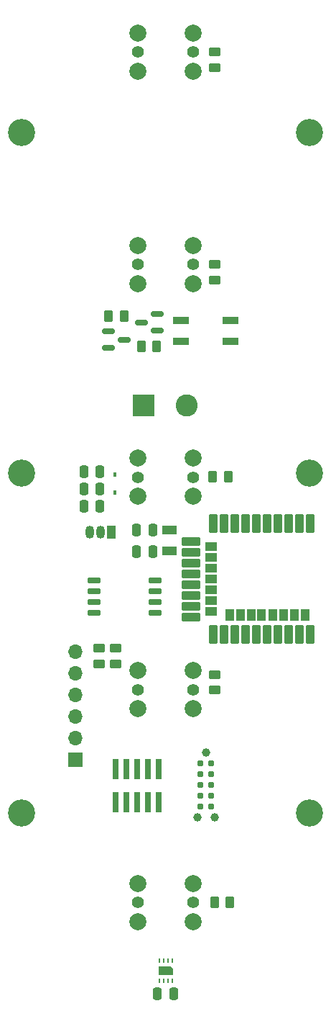
<source format=gbr>
%TF.GenerationSoftware,KiCad,Pcbnew,6.0.2+dfsg-1*%
%TF.CreationDate,2022-08-09T16:06:41+08:00*%
%TF.ProjectId,LightSwitch,4c696768-7453-4776-9974-63682e6b6963,rev?*%
%TF.SameCoordinates,Original*%
%TF.FileFunction,Soldermask,Top*%
%TF.FilePolarity,Negative*%
%FSLAX46Y46*%
G04 Gerber Fmt 4.6, Leading zero omitted, Abs format (unit mm)*
G04 Created by KiCad (PCBNEW 6.0.2+dfsg-1) date 2022-08-09 16:06:41*
%MOMM*%
%LPD*%
G01*
G04 APERTURE LIST*
G04 Aperture macros list*
%AMRoundRect*
0 Rectangle with rounded corners*
0 $1 Rounding radius*
0 $2 $3 $4 $5 $6 $7 $8 $9 X,Y pos of 4 corners*
0 Add a 4 corners polygon primitive as box body*
4,1,4,$2,$3,$4,$5,$6,$7,$8,$9,$2,$3,0*
0 Add four circle primitives for the rounded corners*
1,1,$1+$1,$2,$3*
1,1,$1+$1,$4,$5*
1,1,$1+$1,$6,$7*
1,1,$1+$1,$8,$9*
0 Add four rect primitives between the rounded corners*
20,1,$1+$1,$2,$3,$4,$5,0*
20,1,$1+$1,$4,$5,$6,$7,0*
20,1,$1+$1,$6,$7,$8,$9,0*
20,1,$1+$1,$8,$9,$2,$3,0*%
%AMFreePoly0*
4,1,6,0.500000,-0.850000,-0.500000,-0.850000,-0.500000,0.550000,-0.200000,0.850000,0.500000,0.850000,0.500000,-0.850000,0.500000,-0.850000,$1*%
G04 Aperture macros list end*
%ADD10RoundRect,0.150000X-0.650000X-0.150000X0.650000X-0.150000X0.650000X0.150000X-0.650000X0.150000X0*%
%ADD11RoundRect,0.102000X-0.400000X1.000000X-0.400000X-1.000000X0.400000X-1.000000X0.400000X1.000000X0*%
%ADD12RoundRect,0.102000X-1.000000X-0.400000X1.000000X-0.400000X1.000000X0.400000X-1.000000X0.400000X0*%
%ADD13RoundRect,0.102000X-0.600000X-0.400000X0.600000X-0.400000X0.600000X0.400000X-0.600000X0.400000X0*%
%ADD14RoundRect,0.102000X0.400000X-0.600000X0.400000X0.600000X-0.400000X0.600000X-0.400000X-0.600000X0*%
%ADD15RoundRect,0.250000X0.250000X0.475000X-0.250000X0.475000X-0.250000X-0.475000X0.250000X-0.475000X0*%
%ADD16RoundRect,0.250000X0.262500X0.450000X-0.262500X0.450000X-0.262500X-0.450000X0.262500X-0.450000X0*%
%ADD17R,0.740000X2.400000*%
%ADD18C,3.200000*%
%ADD19RoundRect,0.250000X-0.450000X0.262500X-0.450000X-0.262500X0.450000X-0.262500X0.450000X0.262500X0*%
%ADD20R,0.450000X0.600000*%
%ADD21C,0.990600*%
%ADD22C,0.787400*%
%ADD23R,2.600000X2.600000*%
%ADD24C,2.600000*%
%ADD25R,1.050000X1.500000*%
%ADD26O,1.050000X1.500000*%
%ADD27R,1.700000X1.700000*%
%ADD28O,1.700000X1.700000*%
%ADD29R,0.250000X0.550000*%
%ADD30FreePoly0,270.000000*%
%ADD31RoundRect,0.250000X0.450000X-0.262500X0.450000X0.262500X-0.450000X0.262500X-0.450000X-0.262500X0*%
%ADD32R,1.800000X1.000000*%
%ADD33RoundRect,0.150000X-0.587500X-0.150000X0.587500X-0.150000X0.587500X0.150000X-0.587500X0.150000X0*%
%ADD34RoundRect,0.150000X0.587500X0.150000X-0.587500X0.150000X-0.587500X-0.150000X0.587500X-0.150000X0*%
%ADD35RoundRect,0.250000X-0.250000X-0.475000X0.250000X-0.475000X0.250000X0.475000X-0.250000X0.475000X0*%
%ADD36RoundRect,0.091000X-0.864000X-0.364000X0.864000X-0.364000X0.864000X0.364000X-0.864000X0.364000X0*%
%ADD37C,2.000000*%
%ADD38C,1.400000*%
G04 APERTURE END LIST*
D10*
%TO.C,U4*%
X112528800Y-96596200D03*
X112528800Y-97866200D03*
X112528800Y-99136200D03*
X112528800Y-100406200D03*
X119728800Y-100406200D03*
X119728800Y-99136200D03*
X119728800Y-97866200D03*
X119728800Y-96596200D03*
%TD*%
D11*
%TO.C,U3*%
X138059700Y-89969200D03*
X136789700Y-89969200D03*
X135519700Y-89969200D03*
X134249700Y-89969200D03*
X132979700Y-89969200D03*
X131709700Y-89969200D03*
X130439700Y-89969200D03*
X129169700Y-89969200D03*
X127899700Y-89969200D03*
X126629700Y-89969200D03*
D12*
X124029700Y-92024200D03*
D13*
X126329700Y-92659200D03*
D12*
X124029700Y-93294200D03*
D13*
X126329700Y-93929200D03*
D12*
X124029700Y-94564200D03*
D13*
X126329700Y-95199200D03*
D12*
X124029700Y-95834200D03*
D13*
X126329700Y-96469200D03*
D12*
X124029700Y-97104200D03*
D13*
X126329700Y-97739200D03*
D12*
X124029700Y-98374200D03*
D13*
X126329700Y-99009200D03*
D12*
X124029700Y-99644200D03*
D13*
X126329700Y-100279200D03*
D12*
X124029700Y-100914200D03*
D11*
X126629700Y-102969200D03*
X127899700Y-102969200D03*
D14*
X128534700Y-100669200D03*
D11*
X129169700Y-102969200D03*
D14*
X129804700Y-100669200D03*
D11*
X130439700Y-102969200D03*
D14*
X131074700Y-100669200D03*
D11*
X131709700Y-102969200D03*
D14*
X132284700Y-100669200D03*
D11*
X132979700Y-102969200D03*
D14*
X133614700Y-100669200D03*
D11*
X134249700Y-102969200D03*
D14*
X134884700Y-100669200D03*
D11*
X135519700Y-102969200D03*
D14*
X136154700Y-100669200D03*
D11*
X136789700Y-102969200D03*
D14*
X137424700Y-100669200D03*
D11*
X138059700Y-102969200D03*
%TD*%
D15*
%TO.C,C2*%
X113268800Y-85856400D03*
X111368800Y-85856400D03*
%TD*%
%TO.C,C6*%
X119466400Y-93218000D03*
X117566400Y-93218000D03*
%TD*%
%TO.C,C5*%
X119466400Y-90678000D03*
X117566400Y-90678000D03*
%TD*%
D16*
%TO.C,R11*%
X128369700Y-84480400D03*
X126544700Y-84480400D03*
%TD*%
D17*
%TO.C,J3*%
X120142000Y-118827000D03*
X120142000Y-122727000D03*
X118872000Y-118827000D03*
X118872000Y-122727000D03*
X117602000Y-118827000D03*
X117602000Y-122727000D03*
X116332000Y-118827000D03*
X116332000Y-122727000D03*
X115062000Y-118827000D03*
X115062000Y-122727000D03*
%TD*%
D16*
%TO.C,R1*%
X116100350Y-65532000D03*
X114275350Y-65532000D03*
%TD*%
D18*
%TO.C,REF\u002A\u002A*%
X104000000Y-84000000D03*
%TD*%
D19*
%TO.C,R2*%
X115112800Y-104599100D03*
X115112800Y-106424100D03*
%TD*%
D20*
%TO.C,D1*%
X115011200Y-86296800D03*
X115011200Y-84196800D03*
%TD*%
D16*
%TO.C,R3*%
X128571000Y-134467600D03*
X126746000Y-134467600D03*
%TD*%
D21*
%TO.C,J4*%
X125730000Y-116840000D03*
X124714000Y-124460000D03*
X126746000Y-124460000D03*
D22*
X125095000Y-118110000D03*
X125095000Y-119380000D03*
X125095000Y-120650000D03*
X125095000Y-121920000D03*
X125095000Y-123190000D03*
X126365000Y-123190000D03*
X126365000Y-121920000D03*
X126365000Y-120650000D03*
X126365000Y-119380000D03*
X126365000Y-118110000D03*
%TD*%
D19*
%TO.C,R8*%
X126800000Y-107687500D03*
X126800000Y-109512500D03*
%TD*%
D16*
%TO.C,R4*%
X119935750Y-69086100D03*
X118110750Y-69086100D03*
%TD*%
D23*
%TO.C,J1*%
X118400000Y-76047600D03*
D24*
X123480000Y-76047600D03*
%TD*%
D19*
%TO.C,R5*%
X113131600Y-104599100D03*
X113131600Y-106424100D03*
%TD*%
D25*
%TO.C,U1*%
X114604800Y-90932000D03*
D26*
X113334800Y-90932000D03*
X112064800Y-90932000D03*
%TD*%
D27*
%TO.C,J2*%
X110337600Y-117703600D03*
D28*
X110337600Y-115163600D03*
X110337600Y-112623600D03*
X110337600Y-110083600D03*
X110337600Y-107543600D03*
X110337600Y-105003600D03*
%TD*%
D29*
%TO.C,U2*%
X121750000Y-141325000D03*
X121250000Y-141325000D03*
X120750000Y-141325000D03*
X120250000Y-141325000D03*
X120250000Y-143675000D03*
X120750000Y-143675000D03*
X121250000Y-143675000D03*
X121750000Y-143675000D03*
D30*
X121000000Y-142500000D03*
%TD*%
D31*
%TO.C,R10*%
X126771400Y-61312500D03*
X126771400Y-59487500D03*
%TD*%
D32*
%TO.C,Y1*%
X121416400Y-90678000D03*
X121416400Y-93178000D03*
%TD*%
D31*
%TO.C,R9*%
X126796800Y-36345500D03*
X126796800Y-34520500D03*
%TD*%
D18*
%TO.C,REF\u002A\u002A*%
X138000000Y-84000000D03*
%TD*%
D33*
%TO.C,Q2*%
X114250350Y-67376000D03*
X114250350Y-69276000D03*
X116125350Y-68326000D03*
%TD*%
D34*
%TO.C,Q1*%
X120011550Y-67242100D03*
X120011550Y-65342100D03*
X118136550Y-66292100D03*
%TD*%
D15*
%TO.C,C1*%
X113268800Y-83824400D03*
X111368800Y-83824400D03*
%TD*%
D35*
%TO.C,C3*%
X111368800Y-87888400D03*
X113268800Y-87888400D03*
%TD*%
D18*
%TO.C,REF\u002A\u002A*%
X104000000Y-44000000D03*
%TD*%
D36*
%TO.C,D2*%
X122807700Y-66085000D03*
X122807700Y-68535000D03*
X128607700Y-68535000D03*
X128607700Y-66085000D03*
%TD*%
D15*
%TO.C,C4*%
X121950000Y-145200000D03*
X120050000Y-145200000D03*
%TD*%
D18*
%TO.C,REF\u002A\u002A*%
X104000000Y-124000000D03*
%TD*%
%TO.C,REF\u002A\u002A*%
X138000000Y-44000000D03*
%TD*%
%TO.C,REF\u002A\u002A*%
X138000000Y-124000000D03*
%TD*%
D37*
%TO.C,SW1*%
X117750000Y-32250000D03*
X124250000Y-32250000D03*
X117750000Y-36750000D03*
X124250000Y-36750000D03*
D38*
X117750000Y-34500000D03*
X124250000Y-34500000D03*
%TD*%
D37*
%TO.C,SW3*%
X117750000Y-82250000D03*
X124250000Y-82250000D03*
X124250000Y-86750000D03*
X117750000Y-86750000D03*
D38*
X117750000Y-84500000D03*
X124250000Y-84500000D03*
%TD*%
D37*
%TO.C,SW5*%
X124250000Y-132250000D03*
X117750000Y-132250000D03*
X117750000Y-136750000D03*
X124250000Y-136750000D03*
D38*
X117750000Y-134500000D03*
X124250000Y-134500000D03*
%TD*%
D37*
%TO.C,SW4*%
X117750000Y-107250000D03*
X124250000Y-107250000D03*
X124250000Y-111750000D03*
X117750000Y-111750000D03*
D38*
X117750000Y-109500000D03*
X124250000Y-109500000D03*
%TD*%
D37*
%TO.C,SW2*%
X124250000Y-57250000D03*
X117750000Y-57250000D03*
X117750000Y-61750000D03*
X124250000Y-61750000D03*
D38*
X117750000Y-59500000D03*
X124250000Y-59500000D03*
%TD*%
M02*

</source>
